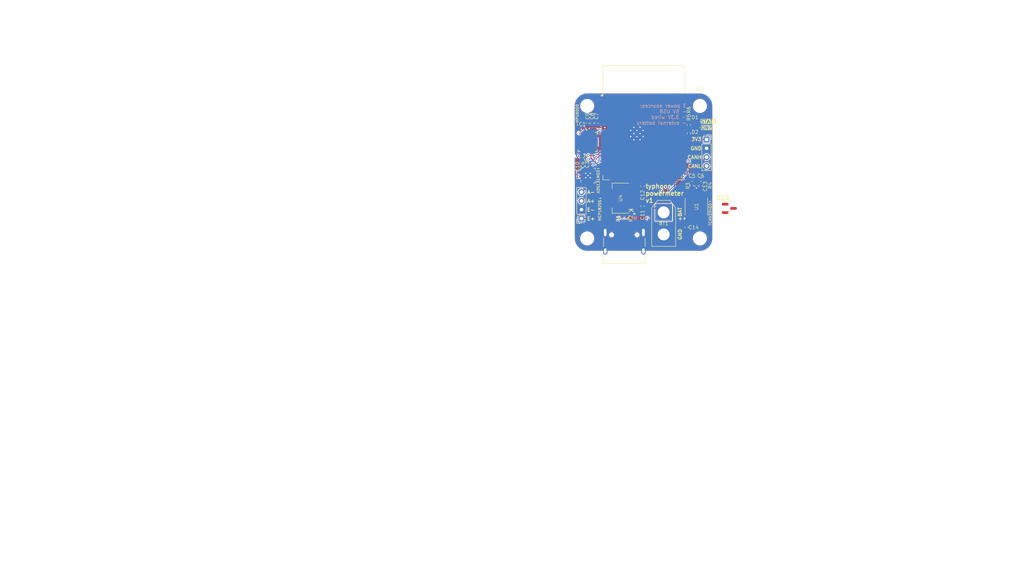
<source format=kicad_pcb>
(kicad_pcb (version 20240108) (generator "pcbnew") (generator_version "8.0")
  (title_block (title "dsads") (date "2024-07-18") (rev "1"))
  (layers (0 "F.Cu" signal) (31 "B.Cu" signal) (34 "B.Paste" user) (35 "F.Paste" user) (36 "B.SilkS" user "B.Silkscreen") (37 "F.SilkS" user "F.Silkscreen") (38 "B.Mask" user) (39 "F.Mask" user) (44 "Edge.Cuts" user))
  (net 0 "")
  (net 1 "+3V3")
  (net 2 "/SYNC_{ADC}")
  (net 3 "/ADS-")
  (net 6 "/CLK_{ADC}")
  (net 7 "/SCLK")
  (net 8 "Net-(ADS131M03-CAP)")
  (net 9 "/ADS+")
  (net 10 "/DRDY_{ADC}")
  (net 11 "/MISO")
  (net 13 "/CS_{ADC}")
  (net 14 "/MOSI")
  (net 18 "Net-(MPU6000-REGOUT)")
  (net 19 "Net-(MPU6000-CPOUT)")
  (net 20 "+5V")
  (net 21 "/CANL")
  (net 22 "/CANH")
  (net 28 "/INT_{gyro}")
  (net 33 "/CS_{gyro}")
  (net 36 "Net-(P1-D+)")
  (net 37 "Net-(P1-D-)")
  (net 46 "/USB_{D}+")
  (net 47 "/USB_{D}-")
  (net 48 "Net-(C13-Pad2)")
  (net 52 "/RX")
  (net 53 "/TX")
  (net 56 "GND")
  (net 57 "Net-(D1-A)")
  (net 58 "Net-(D2-A)")
  (net 59 "/LED")
  (net 60 "/STB_{CAN}")
  (net 61 "/SHDN_{CAN}")
  (footprint "LED_SMD:LED_0402_1005Metric" (layer "F.Cu") (at 190 64.7 180)
    (property "Reference" "D2")
    (property "Value" "LED")
  )
  (footprint "Resistor_SMD:R_0402_1005Metric" (layer "F.Cu") (at 188.6 64.1 90)
    (property "Reference" "R5")
    (property "Value" "320")
  )
  (footprint "0_stuff:ads" (layer "F.Cu") (at 165.827234 75.560566 90)
    (property "Reference" "ADS131M03↑")
    (property "Value" "~")
  )
  (footprint "Capacitor_SMD:C_0402_1005Metric" (layer "F.Cu") (at 191.3 76.5 180)
    (property "Reference" "C6")
    (property "Value" "100p")
  )
  (footprint "Capacitor_SMD:C_0402_1005Metric" (layer "F.Cu") (at 163.4 71.58 90)
    (property "Reference" "C10")
    (property "Value" "1u")
  )
  (footprint "MountingHole:MountingHole_2.7mm_M2.5" (layer "F.Cu") (at 191.1 59.8)
    (property "Reference" "H2")
    (property "Value" "M2.5")
  )
  (footprint "Capacitor_SMD:C_0402_1005Metric" (layer "F.Cu") (at 190.3 77.92 90)
    (property "Reference" "C13")
    (property "Value" "4.7n")
  )
  (footprint "Package_SO:SO-8_3.9x4.9mm_P1.27mm" (layer "F.Cu") (at 190.3 82.6 90)
    (property "Reference" "U1")
    (property "Value" "~")
  )
  (footprint "MountingHole:MountingHole_2.7mm_M2.5" (layer "F.Cu") (at 191.1 89.8)
    (property "Reference" "H4" (hide yes))
    (property "Value" "M2.5")
  )
  (footprint "Resistor_SMD:R_0402_1005Metric" (layer "F.Cu") (at 188.6 66 90)
    (property "Reference" "R6")
    (property "Value" "320")
  )
  (footprint "0_stuff:QFN24_4X4X0P9_IVS" (layer "F.Cu") (at 165.7 67.949999 180)
    (property "Reference" "MPU6000" (hide yes))
    (property "Value" "~")
  )
  (footprint "Capacitor_SMD:C_0402_1005Metric" (layer "F.Cu") (at 178.1 78 -90)
    (property "Reference" "C12")
    (property "Value" "22u")
  )
  (footprint "Capacitor_SMD:C_0402_1005Metric" (layer "F.Cu") (at 166.6939 63.7 90)
    (property "Reference" "C8")
    (property "Value" "100n")
  )
  (footprint "Resistor_SMD:R_0402_1005Metric" (layer "F.Cu") (at 174.5 85.31 90)
    (property "Reference" "R2")
    (property "Value" "22")
  )
  (footprint "Connector_AMASS:AMASS_XT30U-M_1x02_P5.0mm_Vertical" (layer "F.Cu") (at 182.9 83.9 -90)
    (property "Reference" "BT1")
    (property "Value" "Battery_Cell")
  )
  (footprint "Capacitor_SMD:C_0402_1005Metric" (layer "F.Cu") (at 163.627234 74.32 -90)
    (property "Reference" "C4")
    (property "Value" "220n")
  )
  (footprint "Resistor_SMD:R_0402_1005Metric" (layer "F.Cu") (at 173.5 85.31 90)
    (property "Reference" "R1")
    (property "Value" "22")
  )
  (footprint "RF_Module:ESP32-S3-WROOM-1" (layer "F.Cu") (at 178.35 63.59)
    (property "Reference" "U2" (hide yes))
    (property "Value" "ESP32-S3-WROOM-1")
  )
  (footprint "Capacitor_SMD:C_0402_1005Metric" (layer "F.Cu") (at 163.627234 76.2739 90)
    (property "Reference" "C3")
    (property "Value" "1u")
  )
  (footprint "Package_TO_SOT_SMD:SOT-23" (layer "F.Cu") (at 197.7625 83)
    (property "Reference" "D10")
    (property "Value" "BAV70")
  )
  (footprint "Connector_USB:USB_C_Receptacle_HRO_TYPE-C-31-M-12" (layer "F.Cu") (at 174 91.6)
    (property "Reference" "P1" (hide yes))
    (property "Value" "USB_C_Plug_USB2.0")
  )
  (footprint "Capacitor_SMD:C_0402_1005Metric" (layer "F.Cu") (at 165.6939 63.7 90)
    (property "Reference" "C9")
    (property "Value" "1u")
  )
  (footprint "Resistor_SMD:R_0402_1005Metric" (layer "F.Cu") (at 191.3 77.89 -90)
    (property "Reference" "R4")
    (property "Value" "60")
  )
  (footprint "MountingHole:MountingHole_2.7mm_M2.5" (layer "F.Cu") (at 165.6 59.8)
    (property "Reference" "H1" (hide yes))
    (property "Value" "M2.5")
  )
  (footprint "Capacitor_SMD:C_0402_1005Metric" (layer "F.Cu") (at 188.1 87.3 90)
    (property "Reference" "C14")
    (property "Value" "100n")
  )
  (footprint "Capacitor_SMD:C_0402_1005Metric" (layer "F.Cu") (at 164.4 71.58 90)
    (property "Reference" "C2")
    (property "Value" "2.2n")
  )
  (footprint "Resistor_SMD:R_0402_1005Metric" (layer "F.Cu") (at 189.3 77.89 90)
    (property "Reference" "R3")
    (property "Value" "60")
  )
  (footprint "Connector_PinSocket_2.00mm:PinSocket_1x04_P2.00mm_Vertical" (layer "F.Cu") (at 164.3 85.3 180)
    (property "Reference" "J4" (hide yes))
    (property "Value" "Conn_01x04_Pin")
  )
  (footprint "Package_TO_SOT_SMD:SOT-223-3_TabPin2" (layer "F.Cu") (at 173.15 80.7 180)
    (property "Reference" "U4")
    (property "Value" "MCP1825S")
  )
  (footprint "LED_SMD:LED_0402_1005Metric" (layer "F.Cu") (at 190.015 63.3 180)
    (property "Reference" "D1")
    (property "Value" "LED")
  )
  (footprint "MountingHole:MountingHole_2.7mm_M2.5" (layer "F.Cu") (at 165.6 89.8)
    (property "Reference" "H3" (hide yes))
    (property "Value" "M2.5")
  )
  (footprint "Capacitor_SMD:C_0402_1005Metric" (layer "F.Cu") (at 178.1 82.5 -90)
    (property "Reference" "C11")
    (property "Value" "22u")
  )
  (footprint "Capacitor_SMD:C_0402_1005Metric" (layer "F.Cu") (at 167.6939 63.7 90)
    (property "Reference" "C7")
    (property "Value" "10n")
  )
  (footprint "Capacitor_SMD:C_0402_1005Metric" (layer "F.Cu") (at 164.1861 64.843899)
    (property "Reference" "C1")
    (property "Value" "100n")
  )
  (footprint "Connector_PinSocket_2.00mm:PinSocket_1x04_P2.00mm_Vertical" (layer "F.Cu") (at 192.6 67.4)
    (property "Reference" "J2" (hide yes))
    (property "Value" "Conn_01x04_Pin")
  )
  (footprint "Capacitor_SMD:C_0402_1005Metric" (layer "F.Cu") (at 189.32 76.5)
    (property "Reference" "C5")
    (property "Value" "100p")
  )
  (gr_line (start 162.6 59.8) (end 162.62132 89.77868) (stroke (width 0.05)) (layer "Edge.Cuts"))
  (gr_line (start 165.6 56.8) (end 191.07868 56.82132) (stroke (width 0.05)) (layer "Edge.Cuts"))
  (gr_arc (start 165.62132 92.77868) (mid 163.5 91.9) (end 162.62132 89.77868) (stroke (width 0.05)) (layer "Edge.Cuts"))
  (gr_arc (start 191.07868 56.82132) (mid 193.2 57.7) (end 194.07868 59.82132) (stroke (width 0.05)) (layer "Edge.Cuts"))
  (gr_line (start 194.07868 59.82132) (end 194.078674 89.778674) (stroke (width 0.05)) (layer "Edge.Cuts"))
  (gr_arc (start 162.6 59.8) (mid 163.478673 57.678667) (end 165.6 56.8) (stroke (width 0.05)) (layer "Edge.Cuts"))
  (gr_arc (start 194.078674 89.778674) (mid 193.2 91.9) (end 191.078674 92.778674) (stroke (width 0.05)) (layer "Edge.Cuts"))
  (gr_line (start 165.62132 92.77868) (end 191.078674 92.778674) (stroke (width 0.05)) (layer "Edge.Cuts"))
  (gr_text "3 power sources:\n- 5V USB\n- 3.3V wired\n- external battery" (at 188.1 64.1 0) (layer "B.SilkS") (effects (font (size 0.8 0.8) (thickness 0.1)) (justify left bottom mirror)))
  (gr_text "ON?" (at 191.3 65.2 0) (layer "F.SilkS" knockout) (effects (font (size 0.8 0.8) (thickness 0.16) (bold yes)) (justify left bottom)))
  (gr_text "GND" (at 188.9 69.9 0) (layer "F.SilkS") (effects (font (size 0.8 0.8) (thickness 0.16) (bold yes)) (justify left bottom)))
  (gr_text "CANL" (at 188.3 73.9 0) (layer "F.SilkS") (effects (font (size 0.8 0.8) (thickness 0.16) (bold yes)) (justify left bottom)))
  (gr_text "E-" (at 165.5 83.8 0) (layer "F.SilkS") (effects (font (size 0.8 0.8) (thickness 0.16) (bold yes)) (justify left bottom)))
  (gr_text "←MPU6000" (at 163.7 64.4 90) (layer "F.SilkS") (effects (font (size 0.6 0.6) (thickness 0.1)) (justify left bottom)))
  (gr_text "3V3" (at 189.1 67.8 0) (layer "F.SilkS") (effects (font (size 0.8 0.8) (thickness 0.16) (bold yes)) (justify left bottom)))
  (gr_text "STAT1" (at 191.2 63.8 0) (layer "F.SilkS" knockout) (effects (font (size 0.8 0.8) (thickness 0.16) (bold yes)) (justify left bottom)))
  (gr_text "CANH" (at 188.2 71.9 0) (layer "F.SilkS") (effects (font (size 0.8 0.8) (thickness 0.16) (bold yes)) (justify left bottom)))
  (gr_text "K" (at 175.5 83.48 270) (layer "F.SilkS") (effects (font (size 1 1))))
  (gr_text "E+" (at 165.5 85.8 0) (layer "F.SilkS") (effects (font (size 0.8 0.8) (thickness 0.16) (bold yes)) (justify left bottom)))
  (gr_text "A+" (at 165.5 81.8 0) (layer "F.SilkS") (effects (font (size 0.8 0.8) (thickness 0.16) (bold yes)) (justify left bottom)))
  (gr_text "typhoon\npowermeter\nv1" (at 178.7 81.8 0) (layer "F.SilkS") (effects (font (size 1 1) (thickness 0.2) (bold yes)) (justify left bottom)))
  (gr_text "TCAN334GD↑" (at 193.8 87 90) (layer "F.SilkS") (effects (font (size 0.6 0.6) (thickness 0.1)) (justify left bottom)))
  (gr_text "MCP1825S↓" (at 168.8 85.9 90) (layer "F.SilkS") (effects (font (size 0.6 0.6) (thickness 0.1)) (justify left bottom)))
  (gr_text "A-" (at 165.5 79.8 0) (layer "F.SilkS") (effects (font (size 0.8 0.8) (thickness 0.16) (bold yes)) (justify left bottom)))
  (segment (start 165.6939 63.22) (end 167.6939 63.22) (width 0.2) (layer "F.Cu") (net 1))
  (segment (start 168.65 59.6) (end 167.6939 60.5561) (width 0.2) (layer "F.Cu") (net 1))
  (segment (start 163.123499 66.699999) (end 163.0505 66.772998) (width 0.2) (layer "F.Cu") (net 1))
  (segment (start 164.027234 75.760566) (end 164.227234 75.560566) (width 0.2) (layer "F.Cu") (net 1))
  (segment (start 167.6939 60.5561) (end 167.6939 63.22) (width 0.2) (layer "F.Cu") (net 1))
  (segment (start 163.0505 64.563365) (end 164.393865 63.22) (width 0.2) (layer "F.Cu") (net 1))
  (segment (start 176.38 78.48) (end 176.3 78.4) (width 0.2) (layer "F.Cu") (net 1))
  (segment (start 190.935 85.175) (end 190.935 86.049999) (width 0.2) (layer "F.Cu") (net 1))
  (segment (start 163.7061 66.699999) (end 163.123499 66.699999) (width 0.2) (layer "F.Cu") (net 1))
  (segment (start 186.2 86.1) (end 186.9 86.8) (width 0.2) (layer "F.Cu") (net 1))
  (segment (start 188.6 72.3) (end 188.6 66.8) (width 0.2) (layer "F.Cu") (net 1))
  (segment (start 163.0505 70.7505) (end 163.4 71.1) (width 0.2) (layer "F.Cu") (net 1))
  (segment (start 178.1 78.48) (end 176.38 78.48) (width 0.2) (layer "F.Cu") (net 1))
  (segment (start 163.627234 75.7939) (end 163.5478 75.7939) (width 0.2) (layer "F.Cu") (net 1))
  (segment (start 180.1 86.1) (end 186.2 86.1) (width 0.2) (layer "F.Cu") (net 1))
  (segment (start 163 84) (end 164.3 85.3) (width 0.2) (layer "F.Cu") (net 1))
  (segment (start 163.0505 66.8) (end 163.0505 64.563365) (width 0.2) (layer "F.Cu") (net 1))
  (segment (start 169.6 59.6) (end 168.65 59.6) (width 0.2) (layer "F.Cu") (net 1))
  (segment (start 178.1 78.48) (end 181.88 78.48) (width 0.2) (layer "F.Cu") (net 1))
  (segment (start 190.935 86.049999) (end 190.184999 86.8) (width 0.2) (layer "F.Cu") (net 1))
  (segment (start 163.0505 66.8) (end 163.0505 70.7505) (width 0.2) (layer "F.Cu") (net 1))
  (segment (start 186.2 82.8) (end 186.2 86.1) (width 0.2) (layer "F.Cu") (net 1))
  (segment (start 181.88 78.48) (end 182.4 79) (width 0.2) (layer "F.Cu") (net 1))
  (segment (start 163.0505 66.772998) (end 163.0505 66.8) (width 0.2) (layer "F.Cu") (net 1))
  (segment (start 172.6 85.3) (end 164.3 85.3) (width 0.2) (layer "F.Cu") (net 1))
  (segment (start 188.6 66.8) (end 188.6 66.3) (width 0.2) (layer "F.Cu") (net 1))
  (segment (start 190.184999 86.8) (end 186.9 86.8) (width 0.2) (layer "F.Cu") (net 1))
  (segment (start 192.6 67.4) (end 189.2 67.4) (width 0.2) (layer "F.Cu") (net 1))
  (segment (start 189.2 67.4) (end 188.6 66.8) (width 0.2) (layer "F.Cu") (net 1))
  (segment (start 164.393865 63.22) (end 165.6939 63.22) (width 0.2) (layer "F.Cu") (net 1))
  (segment (start 163.627234 75.7939) (end 163 76.421134) (width 0.2) (layer "F.Cu") (net 1))
  (segment (start 164.027234 75.760566) (end 164.227234 75.960566) (width 0.2) (layer "F.Cu") (net 1))
  (segment (start 172.7 85.2) (end 172.6 85.3) (width 0.2) (layer "F.Cu") (net 1))
  (segment (start 164.027234 75.760566) (end 163.5939 75.760566) (width 0.2) (layer "F.Cu") (net 1))
  (segment (start 179.2 85.2) (end 180.1 86.1) (width 0.2) (layer "F.Cu") (net 1))
  (segment (start 163 76.421134) (end 163 84) (width 0.2) (layer "F.Cu") (net 1))
  (segment (start 182.4 79) (end 186.2 82.8) (width 0.2) (layer "F.Cu") (net 1))
  (via (at 163.4 71.1) (size 0.6) (drill 0.3) (layers "F.Cu" "B.Cu") (net 1))
  (via (at 188.6 72.3) (size 0.6) (drill 0.3) (layers "F.Cu" "B.Cu") (net 1))
  (via (at 182.4 79) (size 0.6) (drill 0.3) (layers "F.Cu" "B.Cu") (net 1))
  (via (at 172.7 85.2) (size 0.6) (drill 0.3) (layers "F.Cu" "B.Cu") (net 1))
  (via (at 179.2 85.2) (size 0.6) (drill 0.3) (layers "F.Cu" "B.Cu") (net 1))
  (via (at 163.627234 75.7939) (size 0.6) (drill 0.3) (layers "F.Cu" "B.Cu") (net 1))
  (segment (start 163.4 71.1) (end 163.4 75.566666) (width 0.2) (layer "B.Cu") (net 1))
  (segment (start 184.151471 79) (end 182.4 79) (width 0.2) (layer "B.Cu") (net 1))
  (segment (start 163.4 75.566666) (end 163.627234 75.7939) (width 0.2) (layer "B.Cu") (net 1))
  (segment (start 188.6 72.3) (end 188.6 74.551471) (width 0.2) (layer "B.Cu") (net 1))
  (segment (start 188.6 74.551471) (end 184.151471 79) (width 0.2) (layer "B.Cu") (net 1))
  (segment (start 172.7 85.2) (end 179.2 85.2) (width 0.2) (layer "B.Cu") (net 1))
  (segment (start 169.5 77.2) (end 172.475 77.2) (width 0.2) (layer "F.Cu") (net 2))
  (segment (start 172.475 77.2) (end 172.635 77.04) (width 0.2) (layer "F.Cu") (net 2))
  (segment (start 172.48 76.245) (end 172.635 76.09) (width 0.2) (layer "F.Cu") (net 2))
  (segment (start 167.460566 75.160566) (end 169.5 77.2) (width 0.2) (layer "F.Cu") (net 2))
  (segment (start 172.635 77.04) (end 172.635 76.09) (width 0.2) (layer "F.Cu") (net 2))
  (segment (start 165.427234 76.960566) (end 165.427234 80.172766) (width 0.2) (layer "F.Cu") (net 3))
  (segment (start 165.427234 80.172766) (end 164.3 81.3) (width 0.2) (layer "F.Cu") (net 3))
  (segment (start 167.7939 71) (end 169.0339 69.76) (width 0.2) (layer "F.Cu") (net 6))
  (segment (start 167.5939 71) (end 167.7939 71) (width 0.2) (layer "F.Cu") (net 6))
  (segment (start 165.027234 71.822767) (end 165.850001 71) (width 0.2) (layer "F.Cu") (net 6))
  (segment (start 165.027234 74.160566) (end 165.027234 71.822767) (width 0.2) (layer "F.Cu") (net 6))
  (via (at 167.5939 71) (size 0.6) (drill 0.3) (layers "F.Cu" "B.Cu") (net 6))
  (via (at 165.850001 71) (size 0.6) (drill 0.3) (layers "F.Cu" "B.Cu") (net 6))
  (segment (start 165.850001 71) (end 167.5939 71) (width 0.2) (layer "B.Cu") (net 6))
  (segment (start 166.450001 71.616667) (end 168.3939 73.560566) (width 0.2) (layer "F.Cu") (net 7))
  (segment (start 169.590566 73.560566) (end 168.2 73.560566) (width 0.2) (layer "F.Cu") (net 7))
  (segment (start 166.461549 73.560566) (end 166.227234 73.794881) (width 0.2) (layer "F.Cu") (net 7))
  (segment (start 169.6 73.57) (end 169.590566 73.560566) (width 0.2) (layer "F.Cu") (net 7))
  (segment (start 166.227234 73.794881) (end 166.227234 74.160566) (width 0.2) (layer "F.Cu") (net 7))
  (segment (start 168.3939 73.560566) (end 166.461549 73.560566) (width 0.2) (layer "F.Cu") (net 7))
  (segment (start 166.450001 69.943899) (end 166.450001 71.616667) (width 0.2) (layer "F.Cu") (net 7))
  (segment (start 164.868765 78.731235) (end 164.3 79.3) (width 0.2) (layer "F.Cu") (net 9))
  (segment (start 163.807059 77.92) (end 163.807059 78) (width 0.2) (layer "F.Cu") (net 9))
  (segment (start 165.027234 78.32) (end 165.027234 78.4) (width 0.2) (layer "F.Cu") (net 9))
  (segment (start 165.027234 78.4) (end 165.027234 78.572766) (width 0.2) (layer "F.Cu") (net 9))
  (segment (start 165.027234 78.572766) (end 164.868765 78.731235) (width 0.2) (layer "F.Cu") (net 9))
  (segment (start 165.027234 76.960566) (end 165.027234 77.6) (width 0.2) (layer "F.Cu") (net 9))
  (segment (start 163.967059 78.16) (end 164.867234 78.16) (width 0.2) (layer "F.Cu") (net 9))
  (segment (start 164.867234 77.76) (end 163.967059 77.76) (width 0.2) (layer "F.Cu") (net 9))
  (arc (start 164.867234 78.16) (mid 164.980371 78.206863) (end 165.027234 78.32) (width 0.2) (layer "F.Cu") (net 9))
  (arc (start 163.807059 78) (mid 163.853922 78.113137) (end 163.967059 78.16) (width 0.2) (layer "F.Cu") (net 9))
  (arc (start 163.967059 77.76) (mid 163.853922 77.806863) (end 163.807059 77.92) (width 0.2) (layer "F.Cu") (net 9))
  (arc (start 165.027234 77.6) (mid 164.980371 77.713137) (end 164.867234 77.76) (width 0.2) (layer "F.Cu") (net 9))
  (segment (start 169.56 74.8) (end 169.56 74.8) (width 0.2) (layer "F.Cu") (net 10))
  (segment (start 167.970566 74.160566) (end 168.65 74.84) (width 0.2) (layer "F.Cu") (net 10))
  (segment (start 166.627234 74.160566) (end 167.970566 74.160566) (width 0.2) (layer "F.Cu") (net 10))
  (segment (start 169.6 74.84) (end 169.6 74.84) (width 0.2) (layer "F.Cu") (net 10))
  (segment (start 168.65 74.84) (end 169.6 74.84) (width 0.2) (layer "F.Cu") (net 10))
  (segment (start 165.827234 73.629195) (end 166.495864 72.960566) (width 0.2) (layer "F.Cu") (net 11))
  (segment (start 167.542187 64.9) (end 166.357813 64.9) (width 0.2) (layer "F.Cu") (net 11))
  (segment (start 165.827234 74.160566) (end 165.827234 73.629195) (width 0.2) (layer "F.Cu") (net 11))
  (segment (start 167.992187 65.35) (end 167.542187 64.9) (width 0.2) (layer "F.Cu") (net 11))
  (segment (start 166.495864 72.960566) (end 166.8939 72.960566) (width 0.2) (layer "F.Cu") (net 11))
  (segment (start 165.95 65.307813) (end 165.95 65.956099) (width 0.2) (layer "F.Cu") (net 11))
  (segment (start 168.3 72.3) (end 169.6 72.3) (width 0.2) (layer "F.Cu") (net 11))
  (segment (start 166.357813 64.9) (end 165.95 65.307813) (width 0.2) (layer "F.Cu") (net 11))
  (segment (start 168.309466 65.35) (end 167.992187 65.35) (width 0.2) (layer "F.Cu") (net 11))
  (via (at 168.3 72.3) (size 0.6) (drill 0.3) (layers "F.Cu" "B.Cu") (net 11))
  (via (at 166.8939 72.960566) (size 0.6) (drill 0.3) (layers "F.Cu" "B.Cu") (net 11))
  (via (at 168.309466 65.35) (size 0.6) (drill 0.3) (layers "F.Cu" "B.Cu") (net 11))
  (segment (start 168.3 65.359466) (end 168.309466 65.35) (width 0.2) (layer "B.Cu") (net 11))
  (segment (start 168.3 72.3) (end 167.639434 72.960566) (width 0.2) (layer "B.Cu") (net 11))
  (segment (start 167.639434 72.960566) (end 166.8939 72.960566) (width 0.2) (layer "B.Cu") (net 11))
  (segment (start 168.3 72.3) (end 168.3 65.359466) (width 0.2) (layer "B.Cu") (net 11))
  (segment (start 171.365 76.09) (end 168.955686 76.09) (width 0.2) (layer "F.Cu") (net 13))
  (segment (start 168.955686 76.09) (end 167.626252 74.760566) (width 0.2) (layer "F.Cu") (net 13))
  (segment (start 167.626252 74.760566) (end 167.227234 74.760566) (width 0.2) (layer "F.Cu") (net 13))
  (segment (start 167.490931 71.809069) (end 166.95 71.268138) (width 0.2) (layer "F.Cu") (net 14))
  (segment (start 166.95 71.268138) (end 166.95 69.943899) (width 0.2) (layer "F.Cu") (net 14))
  (segment (start 169.6 71.03) (end 168.412429 71.03) (width 0.2) (layer "F.Cu") (net 14))
  (segment (start 167.63336 71.809069) (end 167.490931 71.809069) (width 0.2) (layer "F.Cu") (net 14))
  (segment (start 165.427234 72.271296) (end 165.427234 74.160566) (width 0.2) (layer "F.Cu") (net 14))
  (segment (start 168.412429 71.03) (end 167.63336 71.809069) (width 0.2) (layer "F.Cu") (net 14))
  (segment (start 165.849265 71.849265) (end 165.427234 72.271296) (width 0.2) (layer "F.Cu") (net 14))
  (via (at 165.849265 71.849265) (size 0.6) (drill 0.3) (layers "F.Cu" "B.Cu") (net 14))
  (via (at 167.490931 71.809069) (size 0.6) (drill 0.3) (layers "F.Cu" "B.Cu") (net 14))
  (segment (start 167.450735 71.849265) (end 167.490931 71.809069) (width 0.2) (layer "B.Cu") (net 14))
  (segment (start 165.849265 71.849265) (end 167.450735 71.849265) (width 0.2) (layer "B.Cu") (net 14))
  (segment (start 165.45 65.956099) (end 165.45 65.3735) (width 0.2) (layer "F.Cu") (net 18))
  (segment (start 165.45 65.3735) (end 164.920399 64.843899) (width 0.2) (layer "F.Cu") (net 18))
  (segment (start 164.920399 64.843899) (end 164.6661 64.843899) (width 0.2) (layer "F.Cu") (net 18))
  (segment (start 164.5 71.784315) (end 164.5 72.1) (width 0.2) (layer "F.Cu") (net 19))
  (segment (start 164.949999 69.943899) (end 164.949999 71.334316) (width 0.2) (layer "F.Cu") (net 19))
  (segment (start 164.949999 71.334316) (end 164.5 71.784315) (width 0.2) (layer "F.Cu") (net 19))
  (segment (start 181.98 82.98) (end 182.9 83.9) (width 0.2) (layer "F.Cu") (net 20))
  (segment (start 176.2 88.58) (end 171.8 88.58) (width 0.2) (layer "F.Cu") (net 20))
  (segment (start 176.32 82.98) (end 176.3 83) (width 0.2) (layer "F.Cu") (net 20))
  (segment (start 178.1 82.98) (end 176.32 82.98) (width 0.2) (layer "F.Cu") (net 20))
  (segment (start 171.55 88.33) (end 171.55 87.555) (width 0.2) (layer "F.Cu") (net 20))
  (segment (start 176.45 87.555) (end 176.45 84.63) (width 0.2) (layer "F.Cu") (net 20))
  (segment (start 176.45 87.555) (end 176.45 88.33) (width 0.2) (layer "F.Cu") (net 20))
  (segment (start 178.1 82.98) (end 181.98 82.98) (width 0.2) (layer "F.Cu") (net 20))
  (segment (start 176.45 84.63) (end 178.1 82.98) (width 0.2) (layer "F.Cu") (net 20))
  (segment (start 171.8 88.58) (end 171.55 88.33) (width 0.2) (layer "F.Cu") (net 20))
  (segment (start 176.45 88.33) (end 176.2 88.58) (width 0.2) (layer "F.Cu") (net 20))
  (segment (start 191.78 74.827554) (end 191.78 74.22) (width 0.2) (layer "F.Cu") (net 21))
  (segment (start 191.92 77.698924) (end 191.92 76.64) (width 0.2) (layer "F.Cu") (net 21))
  (segment (start 191.92 76.64) (end 191.78 76.5) (width 0.2) (layer "F.Cu") (net 21))
  (segment (start 191.56 75.707554) (end 190.202204 75.707554) (width 0.2) (layer "F.Cu") (net 21))
  (segment (start 190.935 78.683924) (end 191.92 77.698924) (width 0.2) (layer "F.Cu") (net 21))
  (segment (start 191.78 76.5) (end 191.78 75.927554) (width 0.2) (layer "F.Cu") (net 21))
  (segment (start 191.78 74.937554) (end 191.78 74.827554) (width 0.2) (layer "F.Cu") (net 21))
  (segment (start 190.202204 75.157554) (end 191.56 75.157554) (width 0.2) (layer "F.Cu") (net 21))
  (segment (start 189.982204 75.487554) (end 189.982204 75.377554) (width 0.2) (layer "F.Cu") (net 21))
  (segment (start 190.935 80.025) (end 190.935 78.683924) (width 0.2) (layer "F.Cu") (net 21))
  (segment (start 191.78 74.22) (end 192.6 73.4) (width 0.2) (layer "F.Cu") (net 21))
  (arc (start 191.56 75.157554) (mid 191.715563 75.093117) (end 191.78 74.937554) (width 0.2) (layer "F.Cu") (net 21))
  (arc (start 189.982204 75.377554) (mid 190.046641 75.221991) (end 190.202204 75.157554) (width 0.2) (layer "F.Cu") (net 21))
  (arc (start 190.202204 75.707554) (mid 190.046641 75.643117) (end 189.982204 75.487554) (width 0.2) (layer "F.Cu") (net 21))
  (arc (start 191.78 75.927554) (mid 191.715563 75.771991) (end 191.56 75.707554) (width 0.2) (layer "F.Cu") (net 21))
  (segment (start 188.68 76.66) (end 188.84 76.5) (width 0.2) (layer "F.Cu") (net 22))
  (segment (start 188.68 77.698924) (end 188.68 76.66) (width 0.2) (layer "F.Cu") (net 22))
  (segment (start 189.665 80.025) (end 189.665 78.683924) (width 0.2) (layer "F.Cu") (net 22))
  (segment (start 189.665 78.683924) (end 188.68 77.698924) (width 0.2) (layer "F.Cu") (net 22))
  (segment (start 188.84 75.16) (end 192.6 71.4) (width 0.2) (layer "F.Cu") (net 22))
  (segment (start 188.84 76.5) (end 188.84 75.16) (width 0.2) (layer "F.Cu") (net 22))
  (segment (start 163.7183 65.956099) (end 163.7061 65.943899) (width 0.2) (layer "F.Cu") (net 28))
  (segment (start 164.45 65.956099) (end 163.7183 65.956099) (width 0.2) (layer "F.Cu") (net 28))
  (via (at 169.6 64.68) (size 0.6) (drill 0.3) (layers "F.Cu" "B.Cu") (net 28))
  (via (at 163.7061 65.943899) (size 0.6) (drill 0.3) (layers "F.Cu" "B.Cu") (net 28))
  (segment (start 163.7061 65.943899) (end 164.969999 64.68) (width 0.2) (layer "B.Cu") (net 28))
  (segment (start 164.969999 64.68) (end 169.6 64.68) (width 0.2) (layer "B.Cu") (net 28))
  (segment (start 166.450001 65.373498) (end 166.450001 65.956099) (width 0.2) (layer "F.Cu") (net 33))
  (segment (start 167.377 65.300499) (end 168.026501 65.95) (width 0.2) (layer "F.Cu") (net 33))
  (segment (start 166.523 65.300499) (end 167.377 65.300499) (width 0.2) (layer "F.Cu") (net 33))
  (segment (start 168.026501 65.95) (end 169.6 65.95) (width 0.2) (layer "F.Cu") (net 33))
  (segment (start 166.523 65.300499) (end 166.450001 65.373498) (width 0.2) (layer "F.Cu") (net 33))
  (segment (start 173.5 85.82) (end 173.75 86.07) (width 0.2) (layer "F.Cu") (net 36))
  (segment (start 173.75 86.07) (end 173.75 87.555) (width 0.2) (layer "F.Cu") (net 36))
  (segment (start 174.25 86.07) (end 174.25 87.555) (width 0.2) (layer "F.Cu") (net 37))
  (segment (start 174.5 85.82) (end 174.25 86.07) (width 0.2) (layer "F.Cu") (net 37))
  (segment (start 173.905 76.09) (end 173.8 76.195) (width 0.2) (layer "F.Cu") (net 46))
  (segment (start 173.8 84.5) (end 173.5 84.8) (width 0.2) (layer "F.Cu") (net 46))
  (segment (start 173.8 76.195) (end 173.8 84.5) (width 0.2) (layer "F.Cu") (net 46))
  (segment (start 175.5 76.415) (end 175.175 76.09) (width 0.2) (layer "F.Cu") (net 47))
  (segment (start 174.8 84.5) (end 174.5 84.8) (width 0.2) (layer "F.Cu") (net 47))
  (segment (start 175.175 76.09) (end 174.8 76.465) (width 0.2) (layer "F.Cu") (net 47))
  (segment (start 174.8 76.465) (end 174.8 84.5) (width 0.2) (layer "F.Cu") (net 47))
  (segment (start 189.3 77.38) (end 191.3 77.38) (width 0.2) (layer "F.Cu") (net 48))
  (segment (start 185.335 80.535) (end 188.8 84) (width 0.2) (layer "F.Cu") (net 52))
  (segment (start 185.335 76.09) (end 185.335 80.535) (width 0.2) (layer "F.Cu") (net 52))
  (segment (start 191.275552 84) (end 192.205 84.929448) (width 0.2) (layer "F.Cu") (net 52))
  (segment (start 192.205 84.305) (end 192.205 85.175) (width 0.2) (layer "F.Cu") (net 52))
  (segment (start 192.205 84.929448) (end 192.205 85.175) (width 0.2) (layer "F.Cu") (net 52))
  (segment (start 188.8 84) (end 191.275552 84) (width 0.2) (layer "F.Cu") (net 52))
  (segment (start 184.065 80.099314) (end 188.395 84.429314) (width 0.2) (layer "F.Cu") (net 53))
  (segment (start 188.395 85.175) (end 188.395 84.300001) (width 0.2) (layer "F.Cu") (net 53))
  (segment (start 188.395 84.429314) (end 188.395 85.175) (width 0.2) (layer "F.Cu") (net 53))
  (segment (start 184.065 76.09) (end 184.065 80.099314) (width 0.2) (layer "F.Cu") (net 53))
  (segment (start 165.1939 75.160566) (end 165.2939 75.060566) (width 0.2) (layer "F.Cu") (net 56))
  (segment (start 164.427234 75.160566) (end 165.1939 75.160566) (width 0.2) (layer "F.Cu") (net 56))
  (via (at 166.2939 76.060566) (size 0.5) (drill 0.3) (layers "F.Cu" "B.Cu") (net 56))
  (via (at 165.2939 76.060566) (size 0.5) (drill 0.3) (layers "F.Cu" "B.Cu") (net 56))
  (via (at 165.7939 75.560566) (size 0.5) (drill 0.3) (layers "F.Cu" "B.Cu") (net 56))
  (via (at 165.2939 75.060566) (size 0.5) (drill 0.3) (layers "F.Cu" "B.Cu") (net 56))
  (via (at 166.2939 75.060566) (size 0.5) (drill 0.3) (layers "F.Cu" "B.Cu") (net 56))
  (via (at 190.3 78.4) (size 0.6) (drill 0.3) (layers "F.Cu" "B.Cu") (net 56))
  (segment (start 189.53 63.3) (end 188.89 63.3) (width 0.2) (layer "F.Cu") (net 57))
  (segment (start 188.89 63.3) (end 188.6 63.59) (width 0.2) (layer "F.Cu") (net 57))
  (segment (start 188.725 65.49) (end 188.6 65.49) (width 0.2) (layer "F.Cu") (net 58))
  (segment (start 189.515 64.7) (end 188.725 65.49) (width 0.2) (layer "F.Cu") (net 58))
  (segment (start 188.6 64.61) (end 187.17 64.61) (width 0.2) (layer "F.Cu") (net 59))
  (segment (start 187.17 64.61) (end 187.1 64.68) (width 0.2) (layer "F.Cu") (net 59))
  (segment (start 187.1 73.57) (end 187.63 73.57) (width 0.2) (layer "F.Cu") (net 60))
  (segment (start 188.2 74.14) (end 188.2 79.83) (width 0.2) (layer "F.Cu") (net 60))
  (segment (start 187.63 73.57) (end 188.2 74.14) (width 0.2) (layer "F.Cu") (net 60))
  (segment (start 188.2 79.83) (end 188.395 80.025) (width 0.2) (layer "F.Cu") (net 60))
  (segment (start 192.205 80.899999) (end 191.904999 81.2) (width 0.2) (layer "F.Cu") (net 61))
  (segment (start 192.205 80.025) (end 192.205 80.899999) (width 0.2) (layer "F.Cu") (net 61))
  (segment (start 187.1 80.3) (end 187.1 74.84) (width 0.2) (layer "F.Cu") (net 61))
  (segment (start 191.904999 81.2) (end 188 81.2) (width 0.2) (layer "F.Cu") (net 61))
  (segment (start 188 81.2) (end 187.1 80.3) (width 0.2) (layer "F.Cu") (net 61))
  (zone (net 56) (net_name "GND") (layer "F.Cu") (connect_pads yes (clearance 0.2)) (min_thickness 0.25) (fill yes (thermal_gap 0.5) (thermal_bridge_width 0.5))
    (polygon (pts (xy 151.2 54.1) (xy 151.7 94.9) (xy 201.2 93.6) (xy 200.9 48.6)))
  )
  (zone (net 56) (net_name "GND") (layer "B.Cu") (priority 1) (connect_pads yes (clearance 0.2)) (min_thickness 0.25) (fill yes (thermal_gap 0.5) (thermal_bridge_width 0.5))
    (polygon (pts (xy 143.5 56.8) (xy 206 54.5) (xy 201.6 94.6) (xy 143.4 95.1)))
  )
)
</source>
